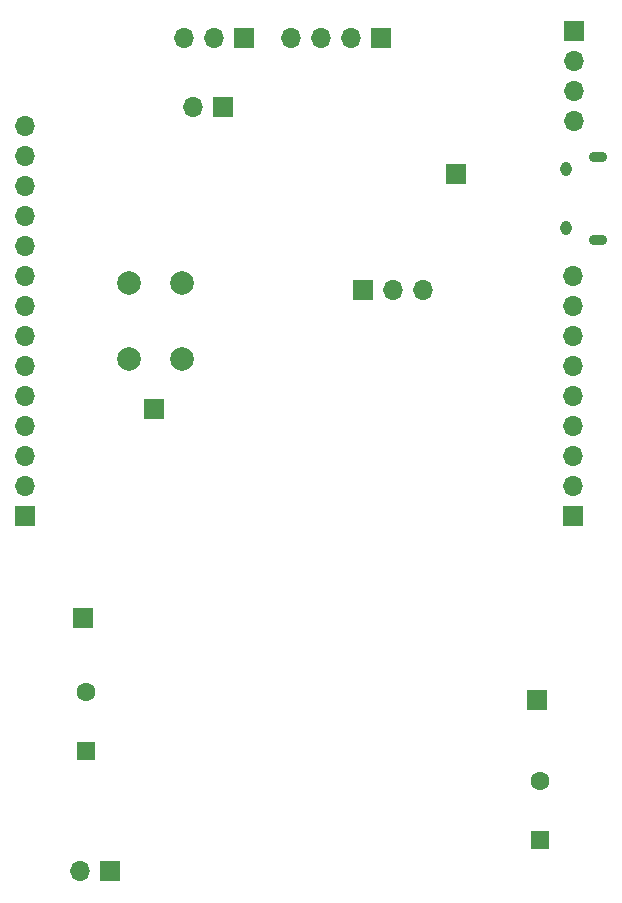
<source format=gbr>
%TF.GenerationSoftware,KiCad,Pcbnew,8.0.6*%
%TF.CreationDate,2024-11-10T12:55:49-08:00*%
%TF.ProjectId,stm32-can-do,73746d33-322d-4636-916e-2d646f2e6b69,v0.1*%
%TF.SameCoordinates,Original*%
%TF.FileFunction,Soldermask,Bot*%
%TF.FilePolarity,Negative*%
%FSLAX46Y46*%
G04 Gerber Fmt 4.6, Leading zero omitted, Abs format (unit mm)*
G04 Created by KiCad (PCBNEW 8.0.6) date 2024-11-10 12:55:49*
%MOMM*%
%LPD*%
G01*
G04 APERTURE LIST*
%ADD10R,1.700000X1.700000*%
%ADD11O,1.700000X1.700000*%
%ADD12R,1.600000X1.600000*%
%ADD13C,1.600000*%
%ADD14O,1.550000X0.890000*%
%ADD15O,0.950000X1.250000*%
%ADD16C,2.000000*%
G04 APERTURE END LIST*
D10*
%TO.C,JP2*%
X137525000Y-55600000D03*
D11*
X134985000Y-55600000D03*
%TD*%
D10*
%TO.C,J2*%
X127967500Y-120302000D03*
D11*
X125427500Y-120302000D03*
%TD*%
D10*
%TO.C,JP1*%
X149410000Y-71075000D03*
D11*
X151950000Y-71075000D03*
X154490000Y-71075000D03*
%TD*%
D10*
%TO.C,TP3*%
X157300000Y-61250000D03*
%TD*%
%TO.C,J5*%
X139350000Y-49700000D03*
D11*
X136810000Y-49700000D03*
X134270000Y-49700000D03*
%TD*%
D12*
%TO.C,C17*%
X164417500Y-117654651D03*
D13*
X164417500Y-112654651D03*
%TD*%
D10*
%TO.C,J7*%
X167150000Y-90200000D03*
D11*
X167150000Y-87660000D03*
X167150000Y-85120000D03*
X167150000Y-82580000D03*
X167150000Y-80040000D03*
X167150000Y-77500000D03*
X167150000Y-74960000D03*
X167150000Y-72420000D03*
X167150000Y-69880000D03*
%TD*%
D12*
%TO.C,C16*%
X125967500Y-110104651D03*
D13*
X125967500Y-105104651D03*
%TD*%
D10*
%TO.C,J3*%
X150945000Y-49700000D03*
D11*
X148405000Y-49700000D03*
X145865000Y-49700000D03*
X143325000Y-49700000D03*
%TD*%
D10*
%TO.C,TP1*%
X125667500Y-98802000D03*
%TD*%
%TO.C,J6*%
X120775000Y-90205000D03*
D11*
X120775000Y-87665000D03*
X120775000Y-85125000D03*
X120775000Y-82585000D03*
X120775000Y-80045000D03*
X120775000Y-77505000D03*
X120775000Y-74965000D03*
X120775000Y-72425000D03*
X120775000Y-69885000D03*
X120775000Y-67345000D03*
X120775000Y-64805000D03*
X120775000Y-62265000D03*
X120775000Y-59725000D03*
X120775000Y-57185000D03*
%TD*%
D14*
%TO.C,J4*%
X169300000Y-66805000D03*
D15*
X166600000Y-65805000D03*
X166600000Y-60805000D03*
D14*
X169300000Y-59805000D03*
%TD*%
D16*
%TO.C,SW1*%
X129600000Y-76950000D03*
X129600000Y-70450000D03*
X134100000Y-76950000D03*
X134100000Y-70450000D03*
%TD*%
D10*
%TO.C,TP4*%
X131700000Y-81150000D03*
%TD*%
%TO.C,TP2*%
X164167500Y-105777000D03*
%TD*%
%TO.C,J1*%
X167250000Y-49185000D03*
D11*
X167250000Y-51725000D03*
X167250000Y-54264999D03*
X167250000Y-56805000D03*
%TD*%
M02*

</source>
